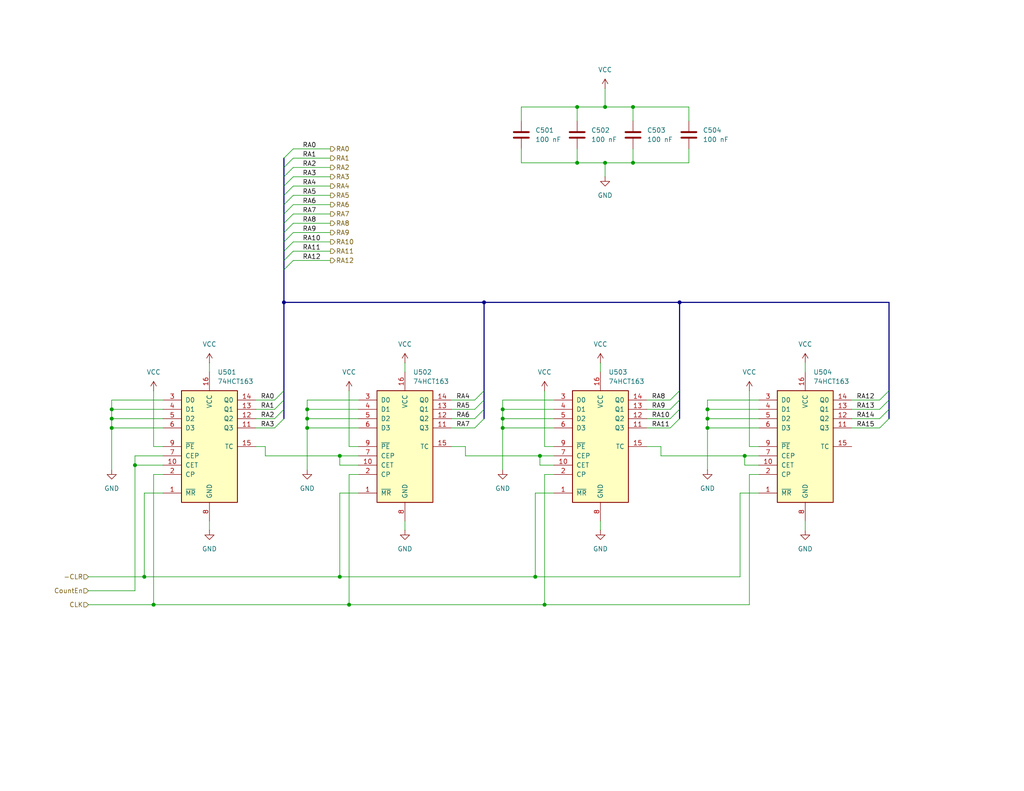
<source format=kicad_sch>
(kicad_sch (version 20231120) (generator "eeschema") (generator_version "8.0")
  (paper "USLetter")
  (title_block (title "VRAM Read Address") (company "daveho hacks"))
  (lib_symbols
    (symbol "74xx:74LS163" (pin_names (offset 1.016))
      (property "Reference" "U" (at -7.62 16.51 0))
      (property "Value" "74LS163" (at -7.62 -16.51 0))
      (symbol "74LS163_1_0"
        (pin input line (at -12.7 -12.7 0) (length 5.08) (name "~{MR}") (number "1"))
        (pin input line (at -12.7 -5.08 0) (length 5.08) (name "CET") (number "10"))
        (pin output line (at 12.7 5.08 180) (length 5.08) (name "Q3") (number "11"))
        (pin output line (at 12.7 7.62 180) (length 5.08) (name "Q2") (number "12"))
        (pin output line (at 12.7 10.16 180) (length 5.08) (name "Q1") (number "13"))
        (pin output line (at 12.7 12.7 180) (length 5.08) (name "Q0") (number "14"))
        (pin output line (at 12.7 0 180) (length 5.08) (name "TC") (number "15"))
        (pin power_in line (at 0 20.32 270) (length 5.08) (name "VCC") (number "16"))
        (pin input line (at -12.7 -7.62 0) (length 5.08) (name "CP") (number "2"))
        (pin input line (at -12.7 12.7 0) (length 5.08) (name "D0") (number "3"))
        (pin input line (at -12.7 10.16 0) (length 5.08) (name "D1") (number "4"))
        (pin input line (at -12.7 7.62 0) (length 5.08) (name "D2") (number "5"))
        (pin input line (at -12.7 5.08 0) (length 5.08) (name "D3") (number "6"))
        (pin input line (at -12.7 -2.54 0) (length 5.08) (name "CEP") (number "7"))
        (pin power_in line (at 0 -20.32 90) (length 5.08) (name "GND") (number "8"))
        (pin input line (at -12.7 0 0) (length 5.08) (name "~{PE}") (number "9"))
      )
      (symbol "74LS163_1_1"
        (rectangle (start -7.62 15.24) (end 7.62 -15.24) (stroke (width 0.254)) (fill (type background)))
      )
    )
    (symbol "Device:C" (pin_numbers hide) (pin_names (offset 0.254))
      (property "Reference" "C" (at 0.635 2.54 0))
      (property "Value" "C" (at 0.635 -2.54 0))
      (symbol "C_0_1"
        (polyline (pts (xy -2.032 -0.762) (xy 2.032 -0.762)) (stroke (width 0.508)))
        (polyline (pts (xy -2.032 0.762) (xy 2.032 0.762)) (stroke (width 0.508)))
      )
      (symbol "C_1_1"
        (pin passive line (at 0 3.81 270) (length 2.794) (name "~") (number "1"))
        (pin passive line (at 0 -3.81 90) (length 2.794) (name "~") (number "2"))
      )
    )
    (symbol "power:GND" (power) (pin_numbers hide) (pin_names (offset 0) hide)
      (property "Value" "GND" (at 0 -3.81 0))
      (symbol "GND_0_1"
        (polyline (pts (xy 0 0) (xy 0 -1.27) (xy 1.27 -1.27) (xy 0 -2.54) (xy -1.27 -1.27) (xy 0 -1.27)))
      )
      (symbol "GND_1_1"
        (pin power_in line (at 0 0 270) (length 0) (name "~") (number "1"))
      )
    )
    (symbol "power:VCC" (power) (pin_numbers hide) (pin_names (offset 0) hide)
      (property "Value" "VCC" (at 0 3.556 0))
      (symbol "VCC_0_1"
        (polyline (pts (xy -0.762 1.27) (xy 0 2.54)))
        (polyline (pts (xy 0 0) (xy 0 2.54)))
        (polyline (pts (xy 0 2.54) (xy 0.762 1.27)))
      )
      (symbol "VCC_1_1"
        (pin power_in line (at 0 0 90) (length 0) (name "~") (number "1"))
      )
    )
  )
  (junction (at 185.42 82.55))
  (junction (at 193.04 111.76))
  (junction (at 30.48 116.84))
  (junction (at 165.1 44.45))
  (junction (at 148.59 165.1))
  (junction (at 137.16 114.3))
  (junction (at 157.48 44.45))
  (junction (at 83.82 111.76))
  (junction (at 172.72 29.21))
  (junction (at 30.48 114.3))
  (junction (at 165.1 29.21))
  (junction (at 83.82 114.3))
  (junction (at 77.47 82.55))
  (junction (at 203.2 124.46))
  (junction (at 95.25 165.1))
  (junction (at 193.04 114.3))
  (junction (at 132.08 82.55))
  (junction (at 137.16 116.84))
  (junction (at 39.37 157.48))
  (junction (at 92.71 157.48))
  (junction (at 193.04 116.84))
  (junction (at 146.05 157.48))
  (junction (at 30.48 111.76))
  (junction (at 92.71 124.46))
  (junction (at 137.16 111.76))
  (junction (at 41.91 165.1))
  (junction (at 157.48 29.21))
  (junction (at 172.72 44.45))
  (junction (at 83.82 116.84))
  (junction (at 36.83 127))
  (junction (at 147.32 124.46))
  (bus_entry (at 240.03 114.3) (size 2.54 -2.54))
  (bus_entry (at 129.54 111.76) (size 2.54 -2.54))
  (bus_entry (at 182.88 111.76) (size 2.54 -2.54))
  (bus_entry (at 77.47 60.96) (size 2.54 -2.54))
  (bus_entry (at 77.47 50.8) (size 2.54 -2.54))
  (bus_entry (at 77.47 66.04) (size 2.54 -2.54))
  (bus_entry (at 182.88 114.3) (size 2.54 -2.54))
  (bus_entry (at 240.03 109.22) (size 2.54 -2.54))
  (bus_entry (at 182.88 116.84) (size 2.54 -2.54))
  (bus_entry (at 74.93 114.3) (size 2.54 -2.54))
  (bus_entry (at 74.93 109.22) (size 2.54 -2.54))
  (bus_entry (at 77.47 43.18) (size 2.54 -2.54))
  (bus_entry (at 74.93 111.76) (size 2.54 -2.54))
  (bus_entry (at 77.47 58.42) (size 2.54 -2.54))
  (bus_entry (at 77.47 71.12) (size 2.54 -2.54))
  (bus_entry (at 240.03 116.84) (size 2.54 -2.54))
  (bus_entry (at 129.54 114.3) (size 2.54 -2.54))
  (bus_entry (at 77.47 63.5) (size 2.54 -2.54))
  (bus_entry (at 74.93 116.84) (size 2.54 -2.54))
  (bus_entry (at 240.03 111.76) (size 2.54 -2.54))
  (bus_entry (at 182.88 109.22) (size 2.54 -2.54))
  (bus_entry (at 77.47 45.72) (size 2.54 -2.54))
  (bus_entry (at 129.54 116.84) (size 2.54 -2.54))
  (bus_entry (at 77.47 73.66) (size 2.54 -2.54))
  (bus_entry (at 77.47 68.58) (size 2.54 -2.54))
  (bus_entry (at 77.47 53.34) (size 2.54 -2.54))
  (bus_entry (at 129.54 109.22) (size 2.54 -2.54))
  (bus_entry (at 77.47 55.88) (size 2.54 -2.54))
  (bus_entry (at 77.47 48.26) (size 2.54 -2.54))
  (wire (pts (xy 80.01 66.04) (xy 90.17 66.04)))
  (wire (pts (xy 80.01 68.58) (xy 90.17 68.58)))
  (wire (pts (xy 92.71 127) (xy 92.71 124.46)))
  (wire (pts (xy 165.1 44.45) (xy 172.72 44.45)))
  (wire (pts (xy 30.48 111.76) (xy 30.48 114.3)))
  (wire (pts (xy 142.24 33.02) (xy 142.24 29.21)))
  (wire (pts (xy 148.59 165.1) (xy 148.59 129.54)))
  (wire (pts (xy 123.19 109.22) (xy 129.54 109.22)))
  (wire (pts (xy 157.48 40.64) (xy 157.48 44.45)))
  (wire (pts (xy 95.25 129.54) (xy 97.79 129.54)))
  (wire (pts (xy 80.01 63.5) (xy 90.17 63.5)))
  (wire (pts (xy 41.91 165.1) (xy 95.25 165.1)))
  (wire (pts (xy 41.91 165.1) (xy 41.91 129.54)))
  (wire (pts (xy 137.16 111.76) (xy 137.16 114.3)))
  (wire (pts (xy 72.39 124.46) (xy 92.71 124.46)))
  (wire (pts (xy 69.85 114.3) (xy 74.93 114.3)))
  (bus (pts (xy 242.57 109.22) (xy 242.57 106.68)))
  (bus (pts (xy 185.42 114.3) (xy 185.42 111.76)))
  (wire (pts (xy 80.01 71.12) (xy 90.17 71.12)))
  (wire (pts (xy 232.41 114.3) (xy 240.03 114.3)))
  (wire (pts (xy 80.01 55.88) (xy 90.17 55.88)))
  (wire (pts (xy 44.45 121.92) (xy 41.91 121.92)))
  (bus (pts (xy 242.57 114.3) (xy 242.57 111.76)))
  (wire (pts (xy 24.13 161.29) (xy 36.83 161.29)))
  (bus (pts (xy 77.47 53.34) (xy 77.47 55.88)))
  (bus (pts (xy 77.47 45.72) (xy 77.47 48.26)))
  (wire (pts (xy 83.82 109.22) (xy 83.82 111.76)))
  (wire (pts (xy 232.41 109.22) (xy 240.03 109.22)))
  (wire (pts (xy 92.71 157.48) (xy 92.71 134.62)))
  (wire (pts (xy 176.53 111.76) (xy 182.88 111.76)))
  (wire (pts (xy 80.01 53.34) (xy 90.17 53.34)))
  (wire (pts (xy 201.93 134.62) (xy 207.01 134.62)))
  (wire (pts (xy 80.01 50.8) (xy 90.17 50.8)))
  (wire (pts (xy 176.53 109.22) (xy 182.88 109.22)))
  (wire (pts (xy 30.48 109.22) (xy 30.48 111.76)))
  (wire (pts (xy 151.13 109.22) (xy 137.16 109.22)))
  (wire (pts (xy 80.01 58.42) (xy 90.17 58.42)))
  (wire (pts (xy 147.32 127) (xy 147.32 124.46)))
  (wire (pts (xy 151.13 127) (xy 147.32 127)))
  (bus (pts (xy 242.57 106.68) (xy 242.57 82.55)))
  (wire (pts (xy 44.45 109.22) (xy 30.48 109.22)))
  (wire (pts (xy 180.34 124.46) (xy 203.2 124.46)))
  (wire (pts (xy 137.16 116.84) (xy 151.13 116.84)))
  (wire (pts (xy 137.16 109.22) (xy 137.16 111.76)))
  (wire (pts (xy 80.01 40.64) (xy 90.17 40.64)))
  (wire (pts (xy 176.53 114.3) (xy 182.88 114.3)))
  (wire (pts (xy 187.96 44.45) (xy 187.96 40.64)))
  (wire (pts (xy 30.48 116.84) (xy 44.45 116.84)))
  (wire (pts (xy 72.39 121.92) (xy 69.85 121.92)))
  (wire (pts (xy 69.85 109.22) (xy 74.93 109.22)))
  (bus (pts (xy 77.47 106.68) (xy 77.47 109.22)))
  (wire (pts (xy 151.13 121.92) (xy 148.59 121.92)))
  (wire (pts (xy 157.48 44.45) (xy 165.1 44.45)))
  (bus (pts (xy 77.47 63.5) (xy 77.47 66.04)))
  (wire (pts (xy 201.93 157.48) (xy 201.93 134.62)))
  (bus (pts (xy 77.47 109.22) (xy 77.47 111.76)))
  (bus (pts (xy 77.47 66.04) (xy 77.47 68.58)))
  (wire (pts (xy 157.48 29.21) (xy 157.48 33.02)))
  (wire (pts (xy 203.2 127) (xy 203.2 124.46)))
  (wire (pts (xy 172.72 44.45) (xy 187.96 44.45)))
  (wire (pts (xy 193.04 114.3) (xy 193.04 116.84)))
  (wire (pts (xy 83.82 111.76) (xy 97.79 111.76)))
  (wire (pts (xy 172.72 29.21) (xy 172.72 33.02)))
  (wire (pts (xy 207.01 121.92) (xy 204.47 121.92)))
  (wire (pts (xy 207.01 109.22) (xy 193.04 109.22)))
  (bus (pts (xy 77.47 60.96) (xy 77.47 63.5)))
  (bus (pts (xy 77.47 68.58) (xy 77.47 71.12)))
  (wire (pts (xy 39.37 134.62) (xy 44.45 134.62)))
  (wire (pts (xy 187.96 29.21) (xy 187.96 33.02)))
  (wire (pts (xy 146.05 134.62) (xy 151.13 134.62)))
  (wire (pts (xy 69.85 111.76) (xy 74.93 111.76)))
  (wire (pts (xy 147.32 124.46) (xy 151.13 124.46)))
  (wire (pts (xy 142.24 40.64) (xy 142.24 44.45)))
  (wire (pts (xy 193.04 109.22) (xy 193.04 111.76)))
  (wire (pts (xy 97.79 121.92) (xy 95.25 121.92)))
  (wire (pts (xy 36.83 161.29) (xy 36.83 127)))
  (wire (pts (xy 180.34 124.46) (xy 180.34 121.92)))
  (wire (pts (xy 123.19 121.92) (xy 127 121.92)))
  (wire (pts (xy 163.83 99.06) (xy 163.83 101.6)))
  (wire (pts (xy 80.01 43.18) (xy 90.17 43.18)))
  (wire (pts (xy 97.79 109.22) (xy 83.82 109.22)))
  (wire (pts (xy 30.48 114.3) (xy 44.45 114.3)))
  (wire (pts (xy 148.59 106.68) (xy 148.59 121.92)))
  (wire (pts (xy 163.83 142.24) (xy 163.83 144.78)))
  (wire (pts (xy 39.37 157.48) (xy 92.71 157.48)))
  (wire (pts (xy 36.83 124.46) (xy 36.83 127)))
  (bus (pts (xy 77.47 48.26) (xy 77.47 50.8)))
  (wire (pts (xy 172.72 29.21) (xy 187.96 29.21)))
  (wire (pts (xy 110.49 142.24) (xy 110.49 144.78)))
  (wire (pts (xy 165.1 29.21) (xy 172.72 29.21)))
  (wire (pts (xy 193.04 111.76) (xy 207.01 111.76)))
  (wire (pts (xy 146.05 157.48) (xy 201.93 157.48)))
  (wire (pts (xy 232.41 116.84) (xy 240.03 116.84)))
  (wire (pts (xy 44.45 124.46) (xy 36.83 124.46)))
  (wire (pts (xy 80.01 45.72) (xy 90.17 45.72)))
  (bus (pts (xy 132.08 111.76) (xy 132.08 109.22)))
  (wire (pts (xy 36.83 127) (xy 44.45 127)))
  (wire (pts (xy 219.71 142.24) (xy 219.71 144.78)))
  (bus (pts (xy 77.47 82.55) (xy 77.47 106.68)))
  (wire (pts (xy 165.1 24.13) (xy 165.1 29.21)))
  (wire (pts (xy 137.16 114.3) (xy 137.16 116.84)))
  (wire (pts (xy 30.48 111.76) (xy 44.45 111.76)))
  (wire (pts (xy 110.49 99.06) (xy 110.49 101.6)))
  (wire (pts (xy 148.59 129.54) (xy 151.13 129.54)))
  (bus (pts (xy 132.08 109.22) (xy 132.08 106.68)))
  (wire (pts (xy 137.16 114.3) (xy 151.13 114.3)))
  (wire (pts (xy 176.53 121.92) (xy 180.34 121.92)))
  (wire (pts (xy 83.82 116.84) (xy 83.82 128.27)))
  (wire (pts (xy 127 124.46) (xy 127 121.92)))
  (wire (pts (xy 92.71 124.46) (xy 97.79 124.46)))
  (wire (pts (xy 80.01 60.96) (xy 90.17 60.96)))
  (bus (pts (xy 132.08 106.68) (xy 132.08 82.55)))
  (wire (pts (xy 72.39 124.46) (xy 72.39 121.92)))
  (wire (pts (xy 57.15 99.06) (xy 57.15 101.6)))
  (wire (pts (xy 39.37 157.48) (xy 39.37 134.62)))
  (wire (pts (xy 193.04 114.3) (xy 207.01 114.3)))
  (wire (pts (xy 219.71 99.06) (xy 219.71 101.6)))
  (wire (pts (xy 92.71 157.48) (xy 146.05 157.48)))
  (wire (pts (xy 57.15 142.24) (xy 57.15 144.78)))
  (bus (pts (xy 242.57 111.76) (xy 242.57 109.22)))
  (bus (pts (xy 185.42 111.76) (xy 185.42 109.22)))
  (wire (pts (xy 165.1 44.45) (xy 165.1 48.26)))
  (bus (pts (xy 242.57 82.55) (xy 185.42 82.55)))
  (wire (pts (xy 203.2 124.46) (xy 207.01 124.46)))
  (wire (pts (xy 41.91 106.68) (xy 41.91 121.92)))
  (wire (pts (xy 24.13 165.1) (xy 41.91 165.1)))
  (wire (pts (xy 123.19 116.84) (xy 129.54 116.84)))
  (wire (pts (xy 30.48 116.84) (xy 30.48 128.27)))
  (wire (pts (xy 207.01 127) (xy 203.2 127)))
  (wire (pts (xy 83.82 116.84) (xy 97.79 116.84)))
  (wire (pts (xy 193.04 111.76) (xy 193.04 114.3)))
  (wire (pts (xy 41.91 129.54) (xy 44.45 129.54)))
  (wire (pts (xy 157.48 29.21) (xy 165.1 29.21)))
  (bus (pts (xy 77.47 43.18) (xy 77.47 45.72)))
  (wire (pts (xy 193.04 116.84) (xy 193.04 128.27)))
  (wire (pts (xy 204.47 106.68) (xy 204.47 121.92)))
  (bus (pts (xy 185.42 82.55) (xy 132.08 82.55)))
  (wire (pts (xy 172.72 40.64) (xy 172.72 44.45)))
  (bus (pts (xy 77.47 55.88) (xy 77.47 58.42)))
  (bus (pts (xy 77.47 71.12) (xy 77.47 73.66)))
  (bus (pts (xy 185.42 109.22) (xy 185.42 106.68)))
  (wire (pts (xy 83.82 114.3) (xy 97.79 114.3)))
  (wire (pts (xy 148.59 165.1) (xy 204.47 165.1)))
  (wire (pts (xy 30.48 114.3) (xy 30.48 116.84)))
  (wire (pts (xy 146.05 157.48) (xy 146.05 134.62)))
  (wire (pts (xy 24.13 157.48) (xy 39.37 157.48)))
  (wire (pts (xy 123.19 114.3) (xy 129.54 114.3)))
  (wire (pts (xy 127 124.46) (xy 147.32 124.46)))
  (wire (pts (xy 95.25 165.1) (xy 95.25 129.54)))
  (wire (pts (xy 95.25 106.68) (xy 95.25 121.92)))
  (wire (pts (xy 204.47 165.1) (xy 204.47 129.54)))
  (wire (pts (xy 95.25 165.1) (xy 148.59 165.1)))
  (bus (pts (xy 77.47 111.76) (xy 77.47 114.3)))
  (wire (pts (xy 80.01 48.26) (xy 90.17 48.26)))
  (wire (pts (xy 176.53 116.84) (xy 182.88 116.84)))
  (bus (pts (xy 132.08 82.55) (xy 77.47 82.55)))
  (wire (pts (xy 142.24 44.45) (xy 157.48 44.45)))
  (wire (pts (xy 83.82 111.76) (xy 83.82 114.3)))
  (wire (pts (xy 83.82 114.3) (xy 83.82 116.84)))
  (bus (pts (xy 77.47 50.8) (xy 77.47 53.34)))
  (wire (pts (xy 92.71 134.62) (xy 97.79 134.62)))
  (bus (pts (xy 132.08 114.3) (xy 132.08 111.76)))
  (wire (pts (xy 137.16 111.76) (xy 151.13 111.76)))
  (wire (pts (xy 193.04 116.84) (xy 207.01 116.84)))
  (wire (pts (xy 69.85 116.84) (xy 74.93 116.84)))
  (bus (pts (xy 185.42 106.68) (xy 185.42 82.55)))
  (wire (pts (xy 97.79 127) (xy 92.71 127)))
  (bus (pts (xy 77.47 58.42) (xy 77.47 60.96)))
  (wire (pts (xy 137.16 116.84) (xy 137.16 128.27)))
  (wire (pts (xy 204.47 129.54) (xy 207.01 129.54)))
  (wire (pts (xy 142.24 29.21) (xy 157.48 29.21)))
  (bus (pts (xy 77.47 73.66) (xy 77.47 82.55)))
  (wire (pts (xy 232.41 111.76) (xy 240.03 111.76)))
  (wire (pts (xy 123.19 111.76) (xy 129.54 111.76)))
  (label "RA12" (at 233.68 109.22 0))
  (label "RA7" (at 82.55 58.42 0))
  (label "RA0" (at 71.12 109.22 0))
  (label "RA3" (at 82.55 48.26 0))
  (label "RA10" (at 177.8 114.3 0))
  (label "RA9" (at 177.8 111.76 0))
  (label "RA14" (at 233.68 114.3 0))
  (label "RA8" (at 177.8 109.22 0))
  (label "RA6" (at 82.55 55.88 0))
  (label "RA12" (at 82.55 71.12 0))
  (label "RA10" (at 82.55 66.04 0))
  (label "RA4" (at 82.55 50.8 0))
  (label "RA1" (at 71.12 111.76 0))
  (label "RA2" (at 82.55 45.72 0))
  (label "RA5" (at 124.46 111.76 0))
  (label "RA2" (at 71.12 114.3 0))
  (label "RA15" (at 233.68 116.84 0))
  (label "RA5" (at 82.55 53.34 0))
  (label "RA9" (at 82.55 63.5 0))
  (label "RA0" (at 82.55 40.64 0))
  (label "RA4" (at 124.46 109.22 0))
  (label "RA7" (at 124.46 116.84 0))
  (label "RA6" (at 124.46 114.3 0))
  (label "RA11" (at 82.55 68.58 0))
  (label "RA1" (at 82.55 43.18 0))
  (label "RA8" (at 82.55 60.96 0))
  (label "RA11" (at 177.8 116.84 0))
  (label "RA3" (at 71.12 116.84 0))
  (label "RA13" (at 233.68 111.76 0))
  (hierarchical_label "RA4" (shape output) (at 90.17 50.8 0))
  (hierarchical_label "RA8" (shape output) (at 90.17 60.96 0))
  (hierarchical_label "RA9" (shape output) (at 90.17 63.5 0))
  (hierarchical_label "CLK" (shape input) (at 24.13 165.1 180))
  (hierarchical_label "RA10" (shape output) (at 90.17 66.04 0))
  (hierarchical_label "RA0" (shape output) (at 90.17 40.64 0))
  (hierarchical_label "RA7" (shape output) (at 90.17 58.42 0))
  (hierarchical_label "RA6" (shape output) (at 90.17 55.88 0))
  (hierarchical_label "RA11" (shape output) (at 90.17 68.58 0))
  (hierarchical_label "-CLR" (shape input) (at 24.13 157.48 180))
  (hierarchical_label "CountEn" (shape input) (at 24.13 161.29 180))
  (hierarchical_label "RA12" (shape output) (at 90.17 71.12 0))
  (hierarchical_label "RA1" (shape output) (at 90.17 43.18 0))
  (hierarchical_label "RA2" (shape output) (at 90.17 45.72 0))
  (hierarchical_label "RA3" (shape output) (at 90.17 48.26 0))
  (hierarchical_label "RA5" (shape output) (at 90.17 53.34 0))
  (symbol (lib_id "74xx:74LS163") (at 110.49 121.92 0) (unit 1)
    (property "Reference" "U502" (at 112.6841 101.6 0) (effects (justify left)))
    (property "Value" "74HCT163" (at 112.6841 104.14 0) (effects (justify left)))
    (property "Datasheet" "http://www.ti.com/lit/gpn/sn74LS163" (effects (hide yes)))
    (property "Description" "Synchronous 4-bit programmable binary Counter" (effects (hide yes)))
  )
  (symbol (lib_id "74xx:74LS163") (at 57.15 121.92 0) (unit 1)
    (property "Reference" "U501" (at 59.3441 101.6 0) (effects (justify left)))
    (property "Value" "74HCT163" (at 59.3441 104.14 0) (effects (justify left)))
    (property "Datasheet" "http://www.ti.com/lit/gpn/sn74LS163" (effects (hide yes)))
    (property "Description" "Synchronous 4-bit programmable binary Counter" (effects (hide yes)))
  )
  (symbol (lib_id "power:VCC") (at 219.71 99.06 0) (unit 1)
    (property "Reference" "#PWR050" (effects (hide yes)))
    (property "Value" "VCC" (at 219.71 93.98 0))
    (property "Description" "Power symbol creates a global label with name \"VCC\"" (effects (hide yes)))
  )
  (symbol (lib_id "74xx:74LS163") (at 219.71 121.92 0) (unit 1)
    (property "Reference" "U504" (at 221.9041 101.6 0) (effects (justify left)))
    (property "Value" "74HCT163" (at 221.9041 104.14 0) (effects (justify left)))
    (property "Datasheet" "http://www.ti.com/lit/gpn/sn74LS163" (effects (hide yes)))
    (property "Description" "Synchronous 4-bit programmable binary Counter" (effects (hide yes)))
  )
  (symbol (lib_id "power:VCC") (at 148.59 106.68 0) (unit 1)
    (property "Reference" "#PWR061" (effects (hide yes)))
    (property "Value" "VCC" (at 148.59 101.6 0))
    (property "Description" "Power symbol creates a global label with name \"VCC\"" (effects (hide yes)))
  )
  (symbol (lib_id "power:GND") (at 83.82 128.27 0) (unit 1)
    (property "Reference" "#PWR056" (effects (hide yes)))
    (property "Value" "GND" (at 83.82 133.35 0))
    (property "Description" "Power symbol creates a global label with name \"GND\" , ground" (effects (hide yes)))
  )
  (symbol (lib_id "Device:C") (at 142.24 36.83 0) (unit 1)
    (property "Reference" "C501" (at 146.05 35.5599 0) (effects (justify left)))
    (property "Value" "100 nF" (at 146.05 38.0999 0) (effects (justify left)))
    (property "Description" "Unpolarized capacitor" (effects (hide yes)))
  )
  (symbol (lib_id "power:GND") (at 219.71 144.78 0) (unit 1)
    (property "Reference" "#PWR054" (effects (hide yes)))
    (property "Value" "GND" (at 219.71 149.86 0))
    (property "Description" "Power symbol creates a global label with name \"GND\" , ground" (effects (hide yes)))
  )
  (symbol (lib_id "Device:C") (at 187.96 36.83 0) (unit 1)
    (property "Reference" "C504" (at 191.77 35.5599 0) (effects (justify left)))
    (property "Value" "100 nF" (at 191.77 38.0999 0) (effects (justify left)))
    (property "Description" "Unpolarized capacitor" (effects (hide yes)))
  )
  (symbol (lib_id "power:VCC") (at 110.49 99.06 0) (unit 1)
    (property "Reference" "#PWR048" (effects (hide yes)))
    (property "Value" "VCC" (at 110.49 93.98 0))
    (property "Description" "Power symbol creates a global label with name \"VCC\"" (effects (hide yes)))
  )
  (symbol (lib_id "power:VCC") (at 204.47 106.68 0) (unit 1)
    (property "Reference" "#PWR062" (effects (hide yes)))
    (property "Value" "VCC" (at 204.47 101.6 0))
    (property "Description" "Power symbol creates a global label with name \"VCC\"" (effects (hide yes)))
  )
  (symbol (lib_id "power:GND") (at 110.49 144.78 0) (unit 1)
    (property "Reference" "#PWR052" (effects (hide yes)))
    (property "Value" "GND" (at 110.49 149.86 0))
    (property "Description" "Power symbol creates a global label with name \"GND\" , ground" (effects (hide yes)))
  )
  (symbol (lib_id "power:VCC") (at 57.15 99.06 0) (unit 1)
    (property "Reference" "#PWR047" (effects (hide yes)))
    (property "Value" "VCC" (at 57.15 93.98 0))
    (property "Description" "Power symbol creates a global label with name \"VCC\"" (effects (hide yes)))
  )
  (symbol (lib_id "power:GND") (at 137.16 128.27 0) (unit 1)
    (property "Reference" "#PWR057" (effects (hide yes)))
    (property "Value" "GND" (at 137.16 133.35 0))
    (property "Description" "Power symbol creates a global label with name \"GND\" , ground" (effects (hide yes)))
  )
  (symbol (lib_id "power:GND") (at 30.48 128.27 0) (unit 1)
    (property "Reference" "#PWR055" (effects (hide yes)))
    (property "Value" "GND" (at 30.48 133.35 0))
    (property "Description" "Power symbol creates a global label with name \"GND\" , ground" (effects (hide yes)))
  )
  (symbol (lib_id "power:GND") (at 165.1 48.26 0) (unit 1)
    (property "Reference" "#PWR064" (effects (hide yes)))
    (property "Value" "GND" (at 165.1 53.34 0))
    (property "Description" "Power symbol creates a global label with name \"GND\" , ground" (effects (hide yes)))
  )
  (symbol (lib_id "Device:C") (at 157.48 36.83 0) (unit 1)
    (property "Reference" "C502" (at 161.29 35.5599 0) (effects (justify left)))
    (property "Value" "100 nF" (at 161.29 38.0999 0) (effects (justify left)))
    (property "Description" "Unpolarized capacitor" (effects (hide yes)))
  )
  (symbol (lib_id "power:VCC") (at 165.1 24.13 0) (unit 1)
    (property "Reference" "#PWR063" (effects (hide yes)))
    (property "Value" "VCC" (at 165.1 19.05 0))
    (property "Description" "Power symbol creates a global label with name \"VCC\"" (effects (hide yes)))
  )
  (symbol (lib_id "power:VCC") (at 95.25 106.68 0) (unit 1)
    (property "Reference" "#PWR060" (effects (hide yes)))
    (property "Value" "VCC" (at 95.25 101.6 0))
    (property "Description" "Power symbol creates a global label with name \"VCC\"" (effects (hide yes)))
  )
  (symbol (lib_id "power:VCC") (at 41.91 106.68 0) (unit 1)
    (property "Reference" "#PWR059" (effects (hide yes)))
    (property "Value" "VCC" (at 41.91 101.6 0))
    (property "Description" "Power symbol creates a global label with name \"VCC\"" (effects (hide yes)))
  )
  (symbol (lib_id "Device:C") (at 172.72 36.83 0) (unit 1)
    (property "Reference" "C503" (at 176.53 35.5599 0) (effects (justify left)))
    (property "Value" "100 nF" (at 176.53 38.0999 0) (effects (justify left)))
    (property "Description" "Unpolarized capacitor" (effects (hide yes)))
  )
  (symbol (lib_id "power:VCC") (at 163.83 99.06 0) (unit 1)
    (property "Reference" "#PWR049" (effects (hide yes)))
    (property "Value" "VCC" (at 163.83 93.98 0))
    (property "Description" "Power symbol creates a global label with name \"VCC\"" (effects (hide yes)))
  )
  (symbol (lib_id "power:GND") (at 57.15 144.78 0) (unit 1)
    (property "Reference" "#PWR051" (effects (hide yes)))
    (property "Value" "GND" (at 57.15 149.86 0))
    (property "Description" "Power symbol creates a global label with name \"GND\" , ground" (effects (hide yes)))
  )
  (symbol (lib_id "74xx:74LS163") (at 163.83 121.92 0) (unit 1)
    (property "Reference" "U503" (at 166.0241 101.6 0) (effects (justify left)))
    (property "Value" "74HCT163" (at 166.0241 104.14 0) (effects (justify left)))
    (property "Datasheet" "http://www.ti.com/lit/gpn/sn74LS163" (effects (hide yes)))
    (property "Description" "Synchronous 4-bit programmable binary Counter" (effects (hide yes)))
  )
  (symbol (lib_id "power:GND") (at 163.83 144.78 0) (unit 1)
    (property "Reference" "#PWR053" (effects (hide yes)))
    (property "Value" "GND" (at 163.83 149.86 0))
    (property "Description" "Power symbol creates a global label with name \"GND\" , ground" (effects (hide yes)))
  )
  (symbol (lib_id "power:GND") (at 193.04 128.27 0) (unit 1)
    (property "Reference" "#PWR058" (effects (hide yes)))
    (property "Value" "GND" (at 193.04 133.35 0))
    (property "Description" "Power symbol creates a global label with name \"GND\" , ground" (effects (hide yes)))
  )
)
</source>
